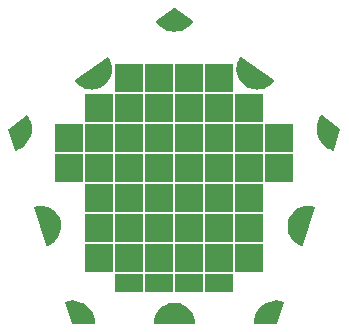
<source format=gbr>
G04 EAGLE Gerber RS-274X export*
G75*
%MOMM*%
%FSLAX34Y34*%
%LPD*%
%INBottom Copper*%
%IPPOS*%
%AMOC8*
5,1,8,0,0,1.08239X$1,22.5*%
G01*
%ADD10R,2.336800X2.336800*%
%ADD11R,2.336800X1.498600*%
%ADD12C,0.800000*%

G36*
X418224Y425214D02*
X418224Y425214D01*
X418257Y425222D01*
X418306Y425223D01*
X421059Y425776D01*
X421091Y425789D01*
X421138Y425799D01*
X423763Y426796D01*
X423792Y426815D01*
X423837Y426832D01*
X426262Y428248D01*
X426288Y428271D01*
X426329Y428295D01*
X428488Y430091D01*
X428510Y430119D01*
X428547Y430149D01*
X430380Y432276D01*
X430394Y432301D01*
X430415Y432322D01*
X430443Y432388D01*
X430477Y432449D01*
X430481Y432479D01*
X430492Y432505D01*
X430491Y432576D01*
X430499Y432647D01*
X430491Y432675D01*
X430491Y432704D01*
X430463Y432770D01*
X430442Y432838D01*
X430424Y432860D01*
X430412Y432887D01*
X430342Y432958D01*
X430336Y432966D01*
X430325Y432981D01*
X430322Y432983D01*
X430315Y432991D01*
X430305Y432996D01*
X430296Y433006D01*
X402796Y453006D01*
X402769Y453018D01*
X402747Y453037D01*
X402679Y453059D01*
X402615Y453088D01*
X402586Y453089D01*
X402558Y453098D01*
X402487Y453092D01*
X402416Y453094D01*
X402389Y453083D01*
X402360Y453081D01*
X402297Y453047D01*
X402231Y453021D01*
X402210Y453001D01*
X402184Y452987D01*
X402137Y452933D01*
X402130Y452928D01*
X402122Y452916D01*
X402119Y452912D01*
X402089Y452882D01*
X402084Y452872D01*
X402075Y452861D01*
X400617Y450462D01*
X400605Y450429D01*
X400580Y450388D01*
X399537Y447781D01*
X399535Y447771D01*
X399533Y447768D01*
X399528Y447742D01*
X399512Y447702D01*
X398912Y444959D01*
X398912Y444924D01*
X398901Y444877D01*
X398761Y442073D01*
X398766Y442039D01*
X398763Y441991D01*
X399086Y439201D01*
X399097Y439168D01*
X399102Y439120D01*
X399880Y436422D01*
X399894Y436396D01*
X399894Y436395D01*
X399895Y436394D01*
X399896Y436391D01*
X399909Y436345D01*
X401121Y433812D01*
X401141Y433784D01*
X401162Y433741D01*
X402774Y431441D01*
X402799Y431417D01*
X402826Y431378D01*
X404795Y429375D01*
X404823Y429355D01*
X404857Y429321D01*
X407128Y427669D01*
X407159Y427655D01*
X407198Y427627D01*
X409710Y426371D01*
X409744Y426362D01*
X409787Y426341D01*
X412471Y425516D01*
X412506Y425513D01*
X412552Y425498D01*
X415335Y425127D01*
X415369Y425129D01*
X415417Y425122D01*
X418224Y425214D01*
G37*
G36*
X277021Y425128D02*
X277021Y425128D01*
X277069Y425127D01*
X279853Y425498D01*
X279885Y425510D01*
X279933Y425516D01*
X282617Y426341D01*
X282648Y426357D01*
X282694Y426371D01*
X285206Y427627D01*
X285233Y427648D01*
X285276Y427669D01*
X287547Y429321D01*
X287570Y429347D01*
X287609Y429375D01*
X289578Y431378D01*
X289596Y431407D01*
X289630Y431441D01*
X291242Y433741D01*
X291256Y433772D01*
X291283Y433812D01*
X292495Y436345D01*
X292503Y436379D01*
X292524Y436422D01*
X293302Y439120D01*
X293304Y439155D01*
X293318Y439201D01*
X293641Y441991D01*
X293638Y442025D01*
X293643Y442073D01*
X293503Y444877D01*
X293494Y444911D01*
X293492Y444959D01*
X292892Y447702D01*
X292878Y447734D01*
X292867Y447781D01*
X291824Y450388D01*
X291805Y450417D01*
X291787Y450462D01*
X290329Y452861D01*
X290309Y452883D01*
X290296Y452909D01*
X290256Y452943D01*
X290250Y452951D01*
X290240Y452957D01*
X290194Y453007D01*
X290167Y453019D01*
X290145Y453038D01*
X290077Y453060D01*
X290012Y453089D01*
X289983Y453090D01*
X289955Y453098D01*
X289885Y453092D01*
X289814Y453093D01*
X289786Y453083D01*
X289757Y453080D01*
X289679Y453041D01*
X289678Y453041D01*
X289678Y453040D01*
X289668Y453036D01*
X289629Y453020D01*
X289621Y453012D01*
X289608Y453006D01*
X262108Y433006D01*
X262089Y432984D01*
X262064Y432969D01*
X262056Y432958D01*
X262054Y432956D01*
X262022Y432912D01*
X261974Y432859D01*
X261964Y432832D01*
X261947Y432808D01*
X261931Y432739D01*
X261908Y432672D01*
X261909Y432643D01*
X261903Y432614D01*
X261915Y432544D01*
X261920Y432473D01*
X261933Y432447D01*
X261938Y432418D01*
X261989Y432333D01*
X262008Y432295D01*
X262017Y432288D01*
X262024Y432276D01*
X263857Y430149D01*
X263885Y430128D01*
X263916Y430091D01*
X266075Y428295D01*
X266105Y428279D01*
X266142Y428248D01*
X268567Y426832D01*
X268600Y426821D01*
X268641Y426796D01*
X271266Y425799D01*
X271300Y425793D01*
X271345Y425776D01*
X274098Y425223D01*
X274133Y425224D01*
X274180Y425214D01*
X276987Y425122D01*
X277021Y425128D01*
G37*
G36*
X363231Y226509D02*
X363231Y226509D01*
X363260Y226506D01*
X363327Y226528D01*
X363397Y226542D01*
X363421Y226559D01*
X363449Y226568D01*
X363502Y226615D01*
X363561Y226655D01*
X363577Y226679D01*
X363599Y226699D01*
X363630Y226763D01*
X363668Y226822D01*
X363673Y226851D01*
X363685Y226877D01*
X363694Y226977D01*
X363701Y227019D01*
X363698Y227029D01*
X363700Y227043D01*
X363468Y229841D01*
X363458Y229875D01*
X363454Y229923D01*
X362765Y232644D01*
X362750Y232676D01*
X362738Y232722D01*
X361610Y235294D01*
X361590Y235322D01*
X361571Y235366D01*
X360035Y237717D01*
X360011Y237741D01*
X359985Y237782D01*
X358083Y239847D01*
X358055Y239868D01*
X358022Y239903D01*
X355807Y241628D01*
X355776Y241643D01*
X355738Y241673D01*
X353268Y243009D01*
X353235Y243019D01*
X353193Y243042D01*
X350553Y243949D01*
X350537Y243954D01*
X350503Y243959D01*
X350457Y243974D01*
X347688Y244436D01*
X347653Y244435D01*
X347606Y244443D01*
X344798Y244443D01*
X344764Y244436D01*
X344716Y244436D01*
X341947Y243974D01*
X341914Y243962D01*
X341867Y243954D01*
X339211Y243042D01*
X339181Y243025D01*
X339136Y243009D01*
X336666Y241673D01*
X336640Y241651D01*
X336597Y241628D01*
X334382Y239903D01*
X334359Y239877D01*
X334321Y239847D01*
X332419Y237782D01*
X332401Y237752D01*
X332369Y237717D01*
X330833Y235366D01*
X330820Y235334D01*
X330794Y235294D01*
X329666Y232722D01*
X329659Y232689D01*
X329656Y232682D01*
X329650Y232673D01*
X329649Y232667D01*
X329639Y232644D01*
X328950Y229923D01*
X328948Y229888D01*
X328936Y229841D01*
X328704Y227043D01*
X328708Y227014D01*
X328703Y226985D01*
X328720Y226916D01*
X328728Y226846D01*
X328742Y226820D01*
X328749Y226792D01*
X328791Y226735D01*
X328826Y226673D01*
X328850Y226655D01*
X328867Y226632D01*
X328928Y226596D01*
X328985Y226553D01*
X329013Y226545D01*
X329038Y226530D01*
X329136Y226514D01*
X329177Y226503D01*
X329188Y226505D01*
X329202Y226503D01*
X363202Y226503D01*
X363231Y226509D01*
G37*
G36*
X454333Y292709D02*
X454333Y292709D01*
X454362Y292706D01*
X454429Y292729D01*
X454499Y292743D01*
X454523Y292760D01*
X454550Y292769D01*
X454604Y292816D01*
X454662Y292856D01*
X454678Y292881D01*
X454700Y292900D01*
X454746Y292988D01*
X454769Y293024D01*
X454770Y293035D01*
X454777Y293048D01*
X465277Y325348D01*
X465280Y325377D01*
X465291Y325404D01*
X465291Y325475D01*
X465299Y325545D01*
X465291Y325573D01*
X465291Y325602D01*
X465263Y325668D01*
X465243Y325736D01*
X465225Y325758D01*
X465213Y325785D01*
X465162Y325835D01*
X465117Y325890D01*
X465091Y325903D01*
X465070Y325923D01*
X464978Y325962D01*
X464941Y325982D01*
X464929Y325983D01*
X464917Y325988D01*
X462187Y326632D01*
X462152Y326633D01*
X462105Y326644D01*
X459307Y326830D01*
X459272Y326825D01*
X459224Y326828D01*
X456433Y326551D01*
X456400Y326541D01*
X456352Y326536D01*
X453645Y325803D01*
X453614Y325788D01*
X453567Y325775D01*
X451018Y324607D01*
X450990Y324586D01*
X450946Y324566D01*
X448623Y322994D01*
X448599Y322969D01*
X448559Y322942D01*
X446527Y321009D01*
X446507Y320981D01*
X446472Y320947D01*
X444786Y318706D01*
X444771Y318675D01*
X444742Y318636D01*
X443448Y316148D01*
X443438Y316115D01*
X443416Y316072D01*
X442549Y313405D01*
X442545Y313370D01*
X442530Y313325D01*
X442114Y310551D01*
X442115Y310516D01*
X442108Y310469D01*
X442154Y307664D01*
X442155Y307662D01*
X442162Y307630D01*
X442162Y307582D01*
X442669Y304824D01*
X442682Y304791D01*
X442691Y304744D01*
X443645Y302107D01*
X443663Y302077D01*
X443679Y302032D01*
X445054Y299587D01*
X445077Y299561D01*
X445101Y299519D01*
X446859Y297334D01*
X446886Y297312D01*
X446916Y297274D01*
X449011Y295409D01*
X449040Y295391D01*
X449076Y295359D01*
X451449Y293864D01*
X451482Y293852D01*
X451522Y293826D01*
X454109Y292742D01*
X454138Y292736D01*
X454163Y292722D01*
X454234Y292717D01*
X454304Y292703D01*
X454333Y292709D01*
G37*
G36*
X238104Y292708D02*
X238104Y292708D01*
X238133Y292704D01*
X238230Y292726D01*
X238272Y292733D01*
X238282Y292738D01*
X238295Y292742D01*
X240882Y293826D01*
X240910Y293845D01*
X240955Y293864D01*
X243328Y295359D01*
X243353Y295383D01*
X243394Y295409D01*
X245488Y297274D01*
X245509Y297302D01*
X245545Y297334D01*
X247303Y299519D01*
X247319Y299550D01*
X247350Y299587D01*
X248725Y302032D01*
X248735Y302065D01*
X248759Y302107D01*
X249713Y304744D01*
X249718Y304778D01*
X249735Y304824D01*
X250242Y307582D01*
X250241Y307617D01*
X250250Y307664D01*
X250296Y310469D01*
X250289Y310503D01*
X250290Y310551D01*
X249874Y313325D01*
X249862Y313357D01*
X249855Y313405D01*
X248988Y316072D01*
X248971Y316102D01*
X248956Y316148D01*
X247662Y318636D01*
X247640Y318663D01*
X247618Y318706D01*
X245932Y320947D01*
X245906Y320970D01*
X245877Y321009D01*
X243845Y322942D01*
X243816Y322960D01*
X243781Y322994D01*
X241458Y324566D01*
X241426Y324579D01*
X241386Y324607D01*
X238837Y325775D01*
X238803Y325783D01*
X238759Y325803D01*
X236052Y326536D01*
X236017Y326538D01*
X235971Y326551D01*
X233180Y326828D01*
X233145Y326825D01*
X233097Y326830D01*
X230299Y326644D01*
X230265Y326635D01*
X230217Y326632D01*
X227487Y325988D01*
X227461Y325976D01*
X227432Y325971D01*
X227371Y325934D01*
X227307Y325905D01*
X227287Y325883D01*
X227262Y325868D01*
X227221Y325810D01*
X227173Y325758D01*
X227163Y325730D01*
X227146Y325706D01*
X227131Y325637D01*
X227107Y325570D01*
X227109Y325541D01*
X227103Y325512D01*
X227117Y325414D01*
X227120Y325371D01*
X227125Y325361D01*
X227127Y325348D01*
X237627Y293048D01*
X237642Y293022D01*
X237648Y292994D01*
X237690Y292936D01*
X237725Y292875D01*
X237748Y292857D01*
X237765Y292833D01*
X237826Y292797D01*
X237883Y292753D01*
X237911Y292746D01*
X237936Y292731D01*
X238006Y292721D01*
X238075Y292703D01*
X238104Y292708D01*
G37*
G36*
X278630Y226508D02*
X278630Y226508D01*
X278658Y226506D01*
X278726Y226528D01*
X278797Y226542D01*
X278820Y226558D01*
X278847Y226567D01*
X278901Y226614D01*
X278961Y226655D01*
X278976Y226679D01*
X278997Y226697D01*
X279029Y226762D01*
X279068Y226822D01*
X279073Y226850D01*
X279085Y226875D01*
X279094Y226978D01*
X279101Y227019D01*
X279099Y227029D01*
X279100Y227041D01*
X278866Y230017D01*
X278857Y230049D01*
X278854Y230095D01*
X278158Y232998D01*
X278144Y233028D01*
X278134Y233072D01*
X276992Y235831D01*
X276973Y235858D01*
X276956Y235901D01*
X275397Y238446D01*
X275374Y238471D01*
X275351Y238510D01*
X273413Y240780D01*
X273386Y240801D01*
X273357Y240836D01*
X271088Y242775D01*
X271059Y242791D01*
X271024Y242821D01*
X268479Y244382D01*
X268448Y244393D01*
X268409Y244417D01*
X265651Y245560D01*
X265619Y245567D01*
X265577Y245585D01*
X262674Y246282D01*
X262641Y246283D01*
X262597Y246295D01*
X259621Y246529D01*
X259588Y246525D01*
X259542Y246529D01*
X256566Y246296D01*
X256534Y246287D01*
X256489Y246284D01*
X253586Y245587D01*
X253560Y245575D01*
X253532Y245571D01*
X253470Y245534D01*
X253405Y245504D01*
X253386Y245482D01*
X253362Y245468D01*
X253320Y245409D01*
X253272Y245356D01*
X253263Y245329D01*
X253246Y245306D01*
X253231Y245236D01*
X253207Y245168D01*
X253209Y245140D01*
X253203Y245112D01*
X253218Y245012D01*
X253221Y244970D01*
X253225Y244960D01*
X253227Y244947D01*
X259127Y226847D01*
X259142Y226821D01*
X259149Y226792D01*
X259191Y226735D01*
X259225Y226674D01*
X259249Y226656D01*
X259267Y226632D01*
X259327Y226596D01*
X259383Y226553D01*
X259412Y226546D01*
X259438Y226530D01*
X259534Y226514D01*
X259576Y226503D01*
X259588Y226505D01*
X259602Y226503D01*
X278602Y226503D01*
X278630Y226508D01*
G37*
G36*
X432831Y226509D02*
X432831Y226509D01*
X432861Y226506D01*
X432928Y226528D01*
X432997Y226542D01*
X433022Y226559D01*
X433050Y226569D01*
X433103Y226615D01*
X433161Y226655D01*
X433177Y226680D01*
X433199Y226700D01*
X433245Y226786D01*
X433268Y226822D01*
X433270Y226834D01*
X433277Y226847D01*
X439177Y244947D01*
X439180Y244976D01*
X439191Y245002D01*
X439191Y245074D01*
X439199Y245145D01*
X439191Y245172D01*
X439191Y245201D01*
X439164Y245267D01*
X439143Y245336D01*
X439125Y245358D01*
X439114Y245384D01*
X439063Y245434D01*
X439017Y245489D01*
X438992Y245502D01*
X438972Y245522D01*
X438878Y245562D01*
X438841Y245582D01*
X438830Y245582D01*
X438818Y245587D01*
X435915Y246284D01*
X435882Y246285D01*
X435838Y246296D01*
X432862Y246529D01*
X432829Y246525D01*
X432783Y246529D01*
X429807Y246295D01*
X429775Y246285D01*
X429730Y246282D01*
X426827Y245585D01*
X426797Y245571D01*
X426753Y245560D01*
X424040Y244436D01*
X423995Y244417D01*
X423967Y244399D01*
X423925Y244382D01*
X421380Y242821D01*
X421356Y242799D01*
X421316Y242775D01*
X419047Y240836D01*
X419026Y240810D01*
X418991Y240780D01*
X417053Y238510D01*
X417037Y238481D01*
X417007Y238446D01*
X415448Y235901D01*
X415436Y235869D01*
X415412Y235831D01*
X414270Y233072D01*
X414264Y233040D01*
X414246Y232998D01*
X413550Y230095D01*
X413549Y230062D01*
X413538Y230017D01*
X413304Y227041D01*
X413308Y227013D01*
X413303Y226985D01*
X413320Y226915D01*
X413329Y226844D01*
X413343Y226819D01*
X413349Y226792D01*
X413392Y226734D01*
X413428Y226671D01*
X413450Y226655D01*
X413467Y226632D01*
X413529Y226595D01*
X413587Y226552D01*
X413614Y226545D01*
X413638Y226530D01*
X413739Y226513D01*
X413779Y226503D01*
X413790Y226505D01*
X413802Y226503D01*
X432802Y226503D01*
X432831Y226509D01*
G37*
G36*
X349219Y474292D02*
X349219Y474292D01*
X349251Y474301D01*
X349296Y474304D01*
X352201Y475002D01*
X352231Y475016D01*
X352275Y475026D01*
X355035Y476169D01*
X355063Y476187D01*
X355105Y476204D01*
X357652Y477765D01*
X357676Y477788D01*
X357715Y477811D01*
X359986Y479751D01*
X360007Y479777D01*
X360042Y479806D01*
X361982Y482078D01*
X361996Y482103D01*
X362016Y482124D01*
X362044Y482189D01*
X362078Y482252D01*
X362081Y482281D01*
X362092Y482307D01*
X362092Y482379D01*
X362099Y482449D01*
X362091Y482477D01*
X362090Y482506D01*
X362062Y482572D01*
X362041Y482640D01*
X362022Y482662D01*
X362011Y482689D01*
X361941Y482760D01*
X361914Y482792D01*
X361904Y482797D01*
X361894Y482807D01*
X346494Y493907D01*
X346468Y493919D01*
X346447Y493937D01*
X346378Y493959D01*
X346313Y493989D01*
X346284Y493989D01*
X346257Y493998D01*
X346186Y493992D01*
X346114Y493993D01*
X346088Y493983D01*
X346059Y493980D01*
X345968Y493936D01*
X345929Y493920D01*
X345922Y493913D01*
X345910Y493907D01*
X330510Y482807D01*
X330490Y482786D01*
X330465Y482771D01*
X330423Y482713D01*
X330375Y482661D01*
X330365Y482634D01*
X330348Y482610D01*
X330332Y482541D01*
X330308Y482474D01*
X330310Y482445D01*
X330303Y482416D01*
X330315Y482346D01*
X330319Y482275D01*
X330332Y482249D01*
X330337Y482221D01*
X330388Y482135D01*
X330407Y482097D01*
X330415Y482090D01*
X330422Y482078D01*
X332362Y479806D01*
X332388Y479786D01*
X332418Y479751D01*
X334689Y477811D01*
X334718Y477795D01*
X334752Y477765D01*
X337299Y476204D01*
X337330Y476193D01*
X337369Y476169D01*
X340129Y475026D01*
X340161Y475019D01*
X340203Y475002D01*
X343108Y474304D01*
X343141Y474303D01*
X343185Y474292D01*
X346163Y474058D01*
X346196Y474062D01*
X346241Y474058D01*
X349219Y474292D01*
G37*
G36*
X480534Y373209D02*
X480534Y373209D01*
X480563Y373206D01*
X480631Y373229D01*
X480701Y373244D01*
X480724Y373260D01*
X480752Y373270D01*
X480805Y373317D01*
X480864Y373358D01*
X480879Y373382D01*
X480901Y373401D01*
X480947Y373491D01*
X480969Y373527D01*
X480971Y373537D01*
X480977Y373549D01*
X486777Y391549D01*
X486780Y391577D01*
X486792Y391604D01*
X486791Y391675D01*
X486799Y391747D01*
X486791Y391774D01*
X486791Y391803D01*
X486763Y391869D01*
X486742Y391937D01*
X486724Y391959D01*
X486713Y391986D01*
X486643Y392058D01*
X486616Y392090D01*
X486606Y392095D01*
X486597Y392105D01*
X471297Y403305D01*
X471270Y403317D01*
X471248Y403336D01*
X471181Y403358D01*
X471116Y403388D01*
X471087Y403389D01*
X471059Y403398D01*
X470989Y403392D01*
X470918Y403394D01*
X470890Y403384D01*
X470861Y403381D01*
X470798Y403348D01*
X470732Y403322D01*
X470711Y403302D01*
X470686Y403288D01*
X470620Y403213D01*
X470590Y403183D01*
X470585Y403173D01*
X470576Y403163D01*
X469021Y400623D01*
X469010Y400592D01*
X468986Y400553D01*
X467847Y397801D01*
X467841Y397769D01*
X467823Y397727D01*
X467129Y394831D01*
X467128Y394798D01*
X467117Y394754D01*
X466884Y391785D01*
X466888Y391752D01*
X466884Y391706D01*
X467119Y388738D01*
X467128Y388706D01*
X467131Y388660D01*
X467828Y385765D01*
X467842Y385735D01*
X467852Y385691D01*
X468992Y382940D01*
X469011Y382912D01*
X469028Y382870D01*
X470585Y380331D01*
X470608Y380307D01*
X470631Y380268D01*
X472566Y378004D01*
X472592Y377984D01*
X472621Y377949D01*
X474887Y376016D01*
X474916Y376000D01*
X474950Y375970D01*
X477490Y374415D01*
X477521Y374403D01*
X477559Y374379D01*
X480311Y373241D01*
X480339Y373235D01*
X480365Y373222D01*
X480436Y373216D01*
X480506Y373203D01*
X480534Y373209D01*
G37*
G36*
X211902Y373208D02*
X211902Y373208D01*
X211931Y373204D01*
X212029Y373226D01*
X212071Y373232D01*
X212080Y373238D01*
X212093Y373241D01*
X214845Y374379D01*
X214872Y374398D01*
X214914Y374415D01*
X217454Y375970D01*
X217478Y375992D01*
X217518Y376016D01*
X219783Y377949D01*
X219803Y377975D01*
X219838Y378004D01*
X221773Y380268D01*
X221789Y380297D01*
X221819Y380331D01*
X223376Y382870D01*
X223387Y382901D01*
X223412Y382940D01*
X224552Y385691D01*
X224559Y385723D01*
X224576Y385765D01*
X225273Y388660D01*
X225274Y388694D01*
X225285Y388738D01*
X225520Y391706D01*
X225516Y391739D01*
X225520Y391785D01*
X225287Y394754D01*
X225278Y394786D01*
X225275Y394831D01*
X224581Y397727D01*
X224567Y397757D01*
X224557Y397801D01*
X223418Y400553D01*
X223400Y400581D01*
X223383Y400623D01*
X221828Y403163D01*
X221808Y403184D01*
X221795Y403210D01*
X221741Y403256D01*
X221692Y403308D01*
X221666Y403320D01*
X221643Y403339D01*
X221576Y403360D01*
X221511Y403389D01*
X221482Y403390D01*
X221454Y403399D01*
X221383Y403392D01*
X221312Y403393D01*
X221285Y403382D01*
X221256Y403379D01*
X221167Y403335D01*
X221127Y403319D01*
X221119Y403311D01*
X221107Y403305D01*
X205807Y392105D01*
X205788Y392084D01*
X205763Y392069D01*
X205722Y392011D01*
X205673Y391958D01*
X205664Y391931D01*
X205647Y391907D01*
X205631Y391838D01*
X205607Y391770D01*
X205609Y391742D01*
X205603Y391714D01*
X205617Y391614D01*
X205620Y391572D01*
X205625Y391562D01*
X205627Y391549D01*
X211427Y373549D01*
X211441Y373524D01*
X211447Y373496D01*
X211489Y373438D01*
X211524Y373376D01*
X211547Y373358D01*
X211564Y373335D01*
X211625Y373298D01*
X211682Y373254D01*
X211709Y373247D01*
X211734Y373232D01*
X211805Y373222D01*
X211874Y373204D01*
X211902Y373208D01*
G37*
D10*
X333502Y333502D03*
X358902Y358902D03*
X358902Y333502D03*
X333502Y358902D03*
X308102Y358902D03*
X282702Y358902D03*
X257302Y358902D03*
X384302Y358902D03*
X409702Y358902D03*
X435102Y358902D03*
X409702Y333502D03*
X384302Y333502D03*
X282702Y333502D03*
X308102Y333502D03*
X257302Y384302D03*
X282702Y384302D03*
X308102Y384302D03*
X333502Y384302D03*
X358902Y384302D03*
X384302Y384302D03*
X409702Y384302D03*
X435102Y384302D03*
X282702Y308102D03*
X308102Y308102D03*
X333502Y308102D03*
X358902Y308102D03*
X384302Y308102D03*
X409702Y308102D03*
X282702Y282702D03*
X308102Y282702D03*
X333502Y282702D03*
X358902Y282702D03*
X384302Y282702D03*
X409702Y282702D03*
D11*
X308102Y261493D03*
X333502Y261493D03*
X358902Y261493D03*
X384302Y261493D03*
D10*
X308102Y435102D03*
X333502Y435102D03*
X358902Y435102D03*
X384302Y435102D03*
X282702Y409702D03*
X308102Y409702D03*
X333502Y409702D03*
X358902Y409702D03*
X384302Y409702D03*
X409702Y409702D03*
D12*
X346202Y486702D03*
X479802Y389602D03*
X428802Y232502D03*
X263602Y232502D03*
X212602Y389602D03*
X413002Y438202D03*
X454302Y311102D03*
X346202Y232502D03*
X238102Y311102D03*
X279402Y438202D03*
M02*

</source>
